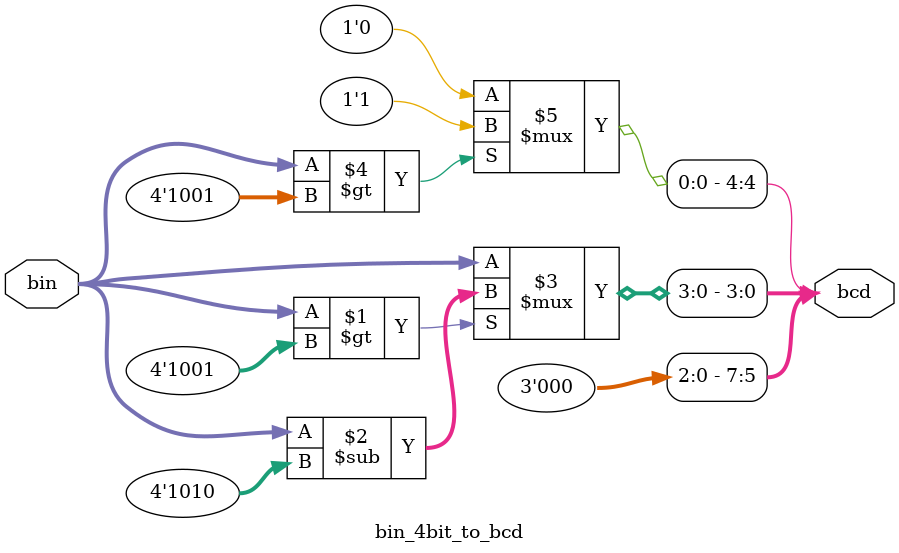
<source format=v>
module bin_4bit_to_bcd(
  bcd,
  bin
);

  output [7:0] bcd;
  input  [3:0] bin;

  assign bcd[3:0] = (bin > 4'd9) ? (bin - 4'd10) : (bin);
  assign bcd[7:4] = (bin > 4'd9) ? (1'b1) : (1'b0);

endmodule

</source>
